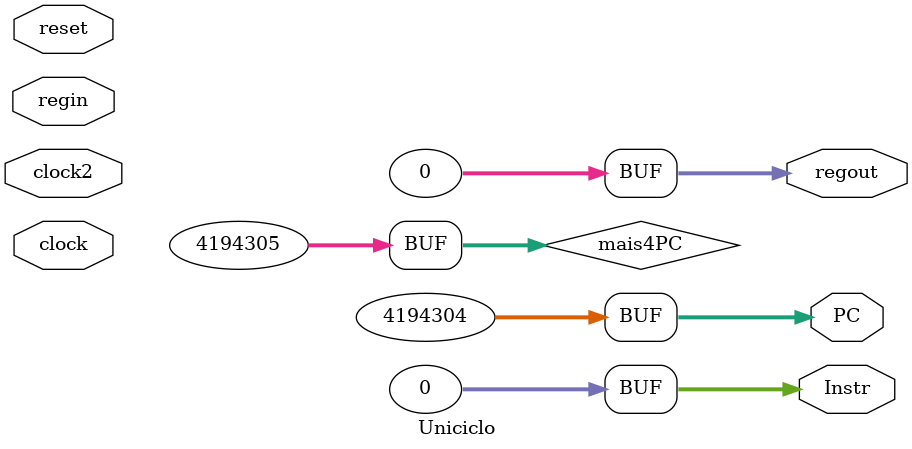
<source format=v>
`ifndef PARAM
	`include "Parametros.v"
`endif

module Uniciclo (
	input wire clock,
	input wire clock2,
	input wire reset,
	output reg [31:0] PC,
	output reg [31:0] Instr,
	input wire[4:0] regin,
	output reg [31:0] regout
	///////////////////////////////////
	//output wire [31:0] regt0, regt1, regt2, regs0, regs1, regsp, wCsaidaMEM,
	///////////////////////////////////
	);
initial
	begin
		PC<=32'h0040_0000;
		Instr<=32'b0;
		regout<=32'b0;
	end

// Aqui vai o seu código do processador

wire 			 wCBranch;
wire			 wCMemRead;
wire  		 wCMemtoReg;
wire [1:0]	 wCALUOp;
wire			 wCMemWrite; 
wire			 wCALUSrc;
wire			 wCRegWrite; 
wire			 wCJal;
wire			 wCzero;

wire [31:0]	 wCreg1;
wire [31:0]  wCreg2;
wire [31:0]  wCregdata;

wire [31:0]  wCiULA2;
wire [31:0]  wCImm;
wire [31:0]  wCsaidaULA;
wire [3:0]   wCALUContr;

wire 			 wCPCFonte;
wire 			 wCEqual;

reg [63:0] ifid;			// pc + instrucao
reg [118:0] idex;			// wb + m + ex + A + B + imm + funct10 + rd
reg [73:0] x_men;			// wb + m + ula + B + rd
reg [70:0] memwb; 	   // wb + data + ula + rd

assign wCPCFonte = wCJal | (wCBranch & wCEqual);
wire [31:0] wPC4;
wire [31:0] wBranchPC;
wire [31:0] wiPC;
wire [31:0] mais4PC;
assign mais4PC = PC + 32'h0000_0001;

always @(*)
begin
	if (wCPCFonte)
		wiPC <= wImm;
	else
		wiPC <= mais4PC;
end


Pc pc(
	.clk(clock),
	.rst(reset),
	.PCNext(wiPC),
	.PC(PC)
);

InstRAM MemInstr(
	.address(PC),
	.clock(clock2),
	.q(Instr)
);

always @(posedge clock or posedge reset)
	begin
	if (reset)
		begin
			ifid <= 64'b0;
		end
	else
		begin
			ifid <= {PC, Instr};
		end
	end


Registers reg0(
	.CLK(clock), 
	.RST(reset), 
	.RegWrite(memwb[69]), 
	.RS1(ifid[19:15]), 
	.RS2(ifid[24:20]), 
	.RD(memwb[4:0]), 
	.WriteData(wCregdata), 
	.ReadData1(wCreg1), 
	.ReadData2(wCreg2),
	.Rin(regin),
	.Rout(regout)
	////////////////////////////////////////////////
	//.t0(regt0),
	//.t1(regt1),
	//.t2(regt2),
	//.s0(regs0),
	//.s1(regs1),
	//.sp(regsp)
	////////////////////////////////////////////////
);
assign wCEqual = wCreg1 == wCreg2;

ImmGen ImmGen0(
	.iInstrucao(ifid[31:0]),
	.oImm(wCImm)
	);
	
wire [31:0] wImm;
assign wImm = ifid[63:32] + wCImm;

Control Ctrl0 (
	.OpCode(ifid[6:0]),
	.Branch(wCBranch),
	.MemRead(wCMemRead),
	.MemtoReg(wCMemtoReg),
	.ALUOp(wCALUOp),
	.MemWrite(wCMemWrite),
	.ALUSrc(wCALUSrc),
	.RegWrite(wCRegWrite),
	.Jal(wCJal)
);

always @(posedge clock or posedge reset)
	begin
	if (reset)
		begin
			idex <= 119'b0;
		end
	else
		begin
			idex <= {wCMemtoReg, wCRegWrite, wCMemWrite, wCMemRead, wCBranch, wCALUOp, wCALUSrc, wCreg1, wCreg2, wCImm, ifid[31:25], ifid[14:12], ifid[11:7]};
		end
	end
	

always @(*)
begin
	case(idex[111])
		1'b0:
		wCiULA2 <= idex[78:47];
		1'b1:
		wCiULA2 <= idex[46:15];
	endcase
end

ALU ALU0(
	.iControl(wCALUContr),
	.iA(idex[110:79]),
	.iB(wCiULA2),
	.oResult(wCsaidaULA),
	.zero(wCzero),
);


ALUControl ALUControl(
	.Funct10(idex[14:5]),
	.ALUOp(idex[113:112]),
	.ALUCtrl(wCALUContr)
);

always @(posedge clock or posedge reset)
	begin
	if (reset)
		begin
			x_men <= 74'b0;
		end
	else
		begin
			x_men <= {idex[118], idex[117], idex[116], idex[115], idex[114], wCsaidaULA, wCiULA2, idex[4:0]};
		end
	end

DataRAM MemData (
	.address(x_men[68:37]),
	.clock(clock2),
	.data(x_men[36:5]),
	.wren(x_men[71]),
	.rden(x_men[70]),
	.q(wCsaidaMEM)
);

always @(posedge clock or posedge reset)
	begin
	if (reset)
		begin
			memwb <= 71'b0;
		end
	else
		begin
			memwb <= {x_men[73], x_men[72], wCsaidaMEM, x_men[68:37], x_men[4:0]};
		end
	end

always @(*)
begin 
	case (memwb[70])
	1'b0:
		wCregdata <= memwb[36:5];
	1'b1:
		wCregdata <= memwb[68:37];
	endcase
end

endmodule

</source>
